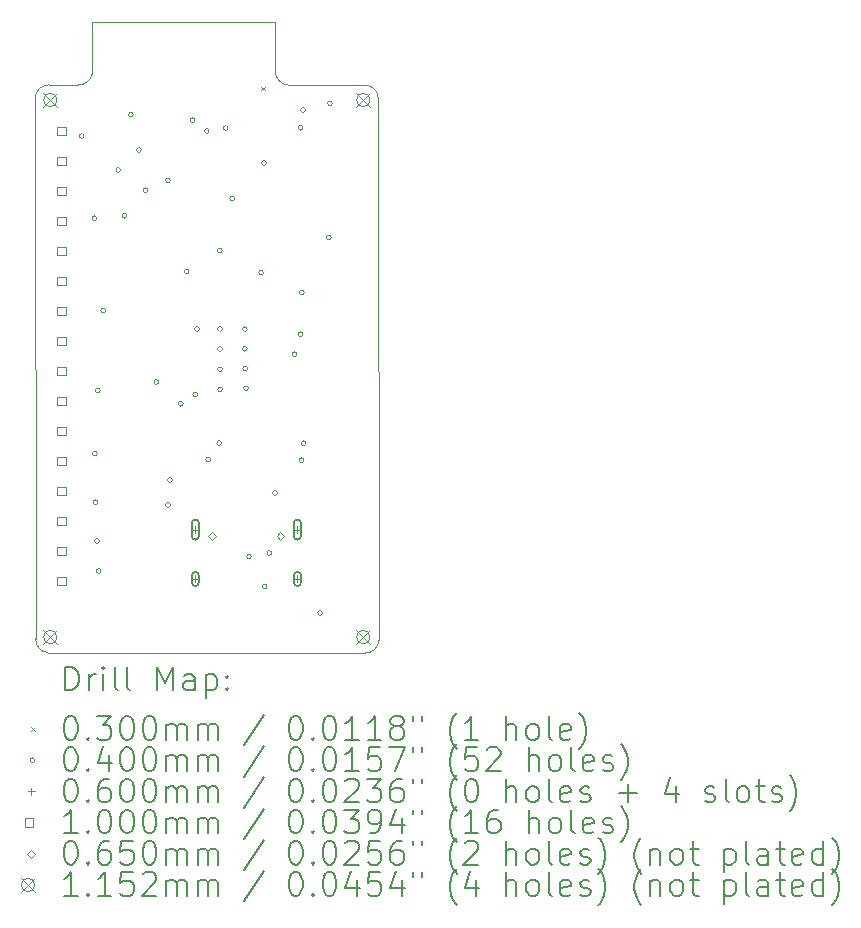
<source format=gbr>
%TF.GenerationSoftware,KiCad,Pcbnew,(6.0.10)*%
%TF.CreationDate,2023-01-26T00:46:33-05:00*%
%TF.ProjectId,espc4synth,65737063-3473-4796-9e74-682e6b696361,1*%
%TF.SameCoordinates,Original*%
%TF.FileFunction,Drillmap*%
%TF.FilePolarity,Positive*%
%FSLAX45Y45*%
G04 Gerber Fmt 4.5, Leading zero omitted, Abs format (unit mm)*
G04 Created by KiCad (PCBNEW (6.0.10)) date 2023-01-26 00:46:33*
%MOMM*%
%LPD*%
G01*
G04 APERTURE LIST*
%ADD10C,0.100000*%
%ADD11C,0.200000*%
%ADD12C,0.030000*%
%ADD13C,0.040000*%
%ADD14C,0.060000*%
%ADD15C,0.065000*%
%ADD16C,0.115200*%
G04 APERTURE END LIST*
D10*
X1692500Y-3160001D02*
G75*
G03*
X1810000Y-3065000I3390J115971D01*
G01*
X4231938Y-3277679D02*
X4237500Y-7862500D01*
X1810000Y-2630000D02*
X1810000Y-3065000D01*
X3360000Y-2630000D02*
X1810000Y-2630000D01*
X1330562Y-7849821D02*
X1328835Y-3254250D01*
X1330560Y-7849821D02*
G75*
G03*
X1437035Y-7966890I113320J-3889D01*
G01*
X1446335Y-3159250D02*
X1692500Y-3160000D01*
X4231940Y-3277679D02*
G75*
G03*
X4125465Y-3160610I-113320J3889D01*
G01*
X3361030Y-3042931D02*
G75*
G03*
X3467500Y-3160000I113320J-3889D01*
G01*
X1446335Y-3159250D02*
G75*
G03*
X1328835Y-3254250I-3390J-115971D01*
G01*
X3467500Y-3160000D02*
X4125465Y-3160610D01*
X4120431Y-7968970D02*
G75*
G03*
X4237500Y-7862500I3889J113320D01*
G01*
X4120431Y-7968973D02*
X1437035Y-7966890D01*
X3361027Y-3042931D02*
X3360000Y-2630000D01*
D11*
D12*
X3240000Y-3175000D02*
X3270000Y-3205000D01*
X3270000Y-3175000D02*
X3240000Y-3205000D01*
D13*
X1740000Y-3592500D02*
G75*
G03*
X1740000Y-3592500I-20000J0D01*
G01*
X1847450Y-4288006D02*
G75*
G03*
X1847450Y-4288006I-20000J0D01*
G01*
X1852500Y-6280000D02*
G75*
G03*
X1852500Y-6280000I-20000J0D01*
G01*
X1857230Y-6692230D02*
G75*
G03*
X1857230Y-6692230I-20000J0D01*
G01*
X1870000Y-7020000D02*
G75*
G03*
X1870000Y-7020000I-20000J0D01*
G01*
X1877500Y-5745000D02*
G75*
G03*
X1877500Y-5745000I-20000J0D01*
G01*
X1885000Y-7275000D02*
G75*
G03*
X1885000Y-7275000I-20000J0D01*
G01*
X1922500Y-5070000D02*
G75*
G03*
X1922500Y-5070000I-20000J0D01*
G01*
X2050000Y-3880000D02*
G75*
G03*
X2050000Y-3880000I-20000J0D01*
G01*
X2102045Y-4267955D02*
G75*
G03*
X2102045Y-4267955I-20000J0D01*
G01*
X2157500Y-3412450D02*
G75*
G03*
X2157500Y-3412450I-20000J0D01*
G01*
X2225000Y-3710000D02*
G75*
G03*
X2225000Y-3710000I-20000J0D01*
G01*
X2280000Y-4050000D02*
G75*
G03*
X2280000Y-4050000I-20000J0D01*
G01*
X2372500Y-5675000D02*
G75*
G03*
X2372500Y-5675000I-20000J0D01*
G01*
X2471270Y-3968730D02*
G75*
G03*
X2471270Y-3968730I-20000J0D01*
G01*
X2472500Y-6717500D02*
G75*
G03*
X2472500Y-6717500I-20000J0D01*
G01*
X2487500Y-6505000D02*
G75*
G03*
X2487500Y-6505000I-20000J0D01*
G01*
X2580000Y-5860000D02*
G75*
G03*
X2580000Y-5860000I-20000J0D01*
G01*
X2629365Y-4738175D02*
G75*
G03*
X2629365Y-4738175I-20000J0D01*
G01*
X2680000Y-3457450D02*
G75*
G03*
X2680000Y-3457450I-20000J0D01*
G01*
X2702500Y-5782500D02*
G75*
G03*
X2702500Y-5782500I-20000J0D01*
G01*
X2717500Y-5225000D02*
G75*
G03*
X2717500Y-5225000I-20000J0D01*
G01*
X2800000Y-3550000D02*
G75*
G03*
X2800000Y-3550000I-20000J0D01*
G01*
X2812450Y-6329995D02*
G75*
G03*
X2812450Y-6329995I-20000J0D01*
G01*
X2905000Y-6192495D02*
G75*
G03*
X2905000Y-6192495I-20000J0D01*
G01*
X2910000Y-4560000D02*
G75*
G03*
X2910000Y-4560000I-20000J0D01*
G01*
X2912500Y-5225000D02*
G75*
G03*
X2912500Y-5225000I-20000J0D01*
G01*
X2912500Y-5395833D02*
G75*
G03*
X2912500Y-5395833I-20000J0D01*
G01*
X2912500Y-5566667D02*
G75*
G03*
X2912500Y-5566667I-20000J0D01*
G01*
X2912500Y-5737500D02*
G75*
G03*
X2912500Y-5737500I-20000J0D01*
G01*
X2960000Y-3525000D02*
G75*
G03*
X2960000Y-3525000I-20000J0D01*
G01*
X3015000Y-4120000D02*
G75*
G03*
X3015000Y-4120000I-20000J0D01*
G01*
X3122500Y-5227500D02*
G75*
G03*
X3122500Y-5227500I-20000J0D01*
G01*
X3122500Y-5394167D02*
G75*
G03*
X3122500Y-5394167I-20000J0D01*
G01*
X3125000Y-5560833D02*
G75*
G03*
X3125000Y-5560833I-20000J0D01*
G01*
X3132500Y-5727500D02*
G75*
G03*
X3132500Y-5727500I-20000J0D01*
G01*
X3157500Y-7152500D02*
G75*
G03*
X3157500Y-7152500I-20000J0D01*
G01*
X3260000Y-4750000D02*
G75*
G03*
X3260000Y-4750000I-20000J0D01*
G01*
X3285000Y-3820000D02*
G75*
G03*
X3285000Y-3820000I-20000J0D01*
G01*
X3290000Y-7405000D02*
G75*
G03*
X3290000Y-7405000I-20000J0D01*
G01*
X3329462Y-7123038D02*
G75*
G03*
X3329462Y-7123038I-20000J0D01*
G01*
X3377500Y-6615000D02*
G75*
G03*
X3377500Y-6615000I-20000J0D01*
G01*
X3542500Y-5440000D02*
G75*
G03*
X3542500Y-5440000I-20000J0D01*
G01*
X3592500Y-5270000D02*
G75*
G03*
X3592500Y-5270000I-20000J0D01*
G01*
X3594995Y-3522455D02*
G75*
G03*
X3594995Y-3522455I-20000J0D01*
G01*
X3602500Y-6337500D02*
G75*
G03*
X3602500Y-6337500I-20000J0D01*
G01*
X3605000Y-4917500D02*
G75*
G03*
X3605000Y-4917500I-20000J0D01*
G01*
X3615611Y-3372450D02*
G75*
G03*
X3615611Y-3372450I-20000J0D01*
G01*
X3620538Y-6193038D02*
G75*
G03*
X3620538Y-6193038I-20000J0D01*
G01*
X3760000Y-7630000D02*
G75*
G03*
X3760000Y-7630000I-20000J0D01*
G01*
X3832500Y-4450000D02*
G75*
G03*
X3832500Y-4450000I-20000J0D01*
G01*
X3842500Y-3315000D02*
G75*
G03*
X3842500Y-3315000I-20000J0D01*
G01*
D14*
X2683000Y-6894495D02*
X2683000Y-6954495D01*
X2653000Y-6924495D02*
X2713000Y-6924495D01*
D11*
X2653000Y-6869495D02*
X2653000Y-6979495D01*
X2713000Y-6869495D02*
X2713000Y-6979495D01*
X2653000Y-6979495D02*
G75*
G03*
X2713000Y-6979495I30000J0D01*
G01*
X2713000Y-6869495D02*
G75*
G03*
X2653000Y-6869495I-30000J0D01*
G01*
D14*
X2683000Y-7312495D02*
X2683000Y-7372495D01*
X2653000Y-7342495D02*
X2713000Y-7342495D01*
D11*
X2653000Y-7312495D02*
X2653000Y-7372495D01*
X2713000Y-7312495D02*
X2713000Y-7372495D01*
X2653000Y-7372495D02*
G75*
G03*
X2713000Y-7372495I30000J0D01*
G01*
X2713000Y-7312495D02*
G75*
G03*
X2653000Y-7312495I-30000J0D01*
G01*
D14*
X3547000Y-6894495D02*
X3547000Y-6954495D01*
X3517000Y-6924495D02*
X3577000Y-6924495D01*
D11*
X3517000Y-6869495D02*
X3517000Y-6979495D01*
X3577000Y-6869495D02*
X3577000Y-6979495D01*
X3517000Y-6979495D02*
G75*
G03*
X3577000Y-6979495I30000J0D01*
G01*
X3577000Y-6869495D02*
G75*
G03*
X3517000Y-6869495I-30000J0D01*
G01*
D14*
X3547000Y-7312495D02*
X3547000Y-7372495D01*
X3517000Y-7342495D02*
X3577000Y-7342495D01*
D11*
X3517000Y-7312495D02*
X3517000Y-7372495D01*
X3577000Y-7312495D02*
X3577000Y-7372495D01*
X3517000Y-7372495D02*
G75*
G03*
X3577000Y-7372495I30000J0D01*
G01*
X3577000Y-7312495D02*
G75*
G03*
X3517000Y-7312495I-30000J0D01*
G01*
D10*
X1585356Y-3585356D02*
X1585356Y-3514644D01*
X1514644Y-3514644D01*
X1514644Y-3585356D01*
X1585356Y-3585356D01*
X1585356Y-3839356D02*
X1585356Y-3768644D01*
X1514644Y-3768644D01*
X1514644Y-3839356D01*
X1585356Y-3839356D01*
X1585356Y-4093356D02*
X1585356Y-4022644D01*
X1514644Y-4022644D01*
X1514644Y-4093356D01*
X1585356Y-4093356D01*
X1585356Y-4347356D02*
X1585356Y-4276644D01*
X1514644Y-4276644D01*
X1514644Y-4347356D01*
X1585356Y-4347356D01*
X1585356Y-4601356D02*
X1585356Y-4530644D01*
X1514644Y-4530644D01*
X1514644Y-4601356D01*
X1585356Y-4601356D01*
X1585356Y-4855356D02*
X1585356Y-4784644D01*
X1514644Y-4784644D01*
X1514644Y-4855356D01*
X1585356Y-4855356D01*
X1585356Y-5109356D02*
X1585356Y-5038644D01*
X1514644Y-5038644D01*
X1514644Y-5109356D01*
X1585356Y-5109356D01*
X1585356Y-5363356D02*
X1585356Y-5292644D01*
X1514644Y-5292644D01*
X1514644Y-5363356D01*
X1585356Y-5363356D01*
X1585356Y-5617356D02*
X1585356Y-5546644D01*
X1514644Y-5546644D01*
X1514644Y-5617356D01*
X1585356Y-5617356D01*
X1585356Y-5871356D02*
X1585356Y-5800644D01*
X1514644Y-5800644D01*
X1514644Y-5871356D01*
X1585356Y-5871356D01*
X1585356Y-6125356D02*
X1585356Y-6054644D01*
X1514644Y-6054644D01*
X1514644Y-6125356D01*
X1585356Y-6125356D01*
X1585356Y-6379356D02*
X1585356Y-6308644D01*
X1514644Y-6308644D01*
X1514644Y-6379356D01*
X1585356Y-6379356D01*
X1585356Y-6633356D02*
X1585356Y-6562644D01*
X1514644Y-6562644D01*
X1514644Y-6633356D01*
X1585356Y-6633356D01*
X1585356Y-6887356D02*
X1585356Y-6816644D01*
X1514644Y-6816644D01*
X1514644Y-6887356D01*
X1585356Y-6887356D01*
X1585356Y-7141356D02*
X1585356Y-7070644D01*
X1514644Y-7070644D01*
X1514644Y-7141356D01*
X1585356Y-7141356D01*
X1585356Y-7395356D02*
X1585356Y-7324644D01*
X1514644Y-7324644D01*
X1514644Y-7395356D01*
X1585356Y-7395356D01*
D15*
X2826000Y-7009995D02*
X2858500Y-6977495D01*
X2826000Y-6944995D01*
X2793500Y-6977495D01*
X2826000Y-7009995D01*
X3404000Y-7009995D02*
X3436500Y-6977495D01*
X3404000Y-6944995D01*
X3371500Y-6977495D01*
X3404000Y-7009995D01*
D16*
X1397400Y-3229900D02*
X1512600Y-3345100D01*
X1512600Y-3229900D02*
X1397400Y-3345100D01*
X1512600Y-3287500D02*
G75*
G03*
X1512600Y-3287500I-57600J0D01*
G01*
X1397400Y-7777400D02*
X1512600Y-7892600D01*
X1512600Y-7777400D02*
X1397400Y-7892600D01*
X1512600Y-7835000D02*
G75*
G03*
X1512600Y-7835000I-57600J0D01*
G01*
X4047400Y-3229900D02*
X4162600Y-3345100D01*
X4162600Y-3229900D02*
X4047400Y-3345100D01*
X4162600Y-3287500D02*
G75*
G03*
X4162600Y-3287500I-57600J0D01*
G01*
X4047400Y-7777400D02*
X4162600Y-7892600D01*
X4162600Y-7777400D02*
X4047400Y-7892600D01*
X4162600Y-7835000D02*
G75*
G03*
X4162600Y-7835000I-57600J0D01*
G01*
D11*
X1581454Y-8284513D02*
X1581454Y-8084513D01*
X1629073Y-8084513D01*
X1657645Y-8094037D01*
X1676692Y-8113085D01*
X1686216Y-8132132D01*
X1695740Y-8170227D01*
X1695740Y-8198799D01*
X1686216Y-8236894D01*
X1676692Y-8255942D01*
X1657645Y-8274989D01*
X1629073Y-8284513D01*
X1581454Y-8284513D01*
X1781454Y-8284513D02*
X1781454Y-8151180D01*
X1781454Y-8189275D02*
X1790978Y-8170227D01*
X1800502Y-8160704D01*
X1819549Y-8151180D01*
X1838597Y-8151180D01*
X1905264Y-8284513D02*
X1905264Y-8151180D01*
X1905264Y-8084513D02*
X1895740Y-8094037D01*
X1905264Y-8103561D01*
X1914787Y-8094037D01*
X1905264Y-8084513D01*
X1905264Y-8103561D01*
X2029073Y-8284513D02*
X2010025Y-8274989D01*
X2000502Y-8255942D01*
X2000502Y-8084513D01*
X2133835Y-8284513D02*
X2114787Y-8274989D01*
X2105264Y-8255942D01*
X2105264Y-8084513D01*
X2362407Y-8284513D02*
X2362407Y-8084513D01*
X2429073Y-8227370D01*
X2495740Y-8084513D01*
X2495740Y-8284513D01*
X2676692Y-8284513D02*
X2676692Y-8179751D01*
X2667168Y-8160704D01*
X2648121Y-8151180D01*
X2610026Y-8151180D01*
X2590978Y-8160704D01*
X2676692Y-8274989D02*
X2657645Y-8284513D01*
X2610026Y-8284513D01*
X2590978Y-8274989D01*
X2581454Y-8255942D01*
X2581454Y-8236894D01*
X2590978Y-8217847D01*
X2610026Y-8208323D01*
X2657645Y-8208323D01*
X2676692Y-8198799D01*
X2771930Y-8151180D02*
X2771930Y-8351180D01*
X2771930Y-8160704D02*
X2790978Y-8151180D01*
X2829073Y-8151180D01*
X2848121Y-8160704D01*
X2857645Y-8170227D01*
X2867168Y-8189275D01*
X2867168Y-8246418D01*
X2857645Y-8265466D01*
X2848121Y-8274989D01*
X2829073Y-8284513D01*
X2790978Y-8284513D01*
X2771930Y-8274989D01*
X2952883Y-8265466D02*
X2962406Y-8274989D01*
X2952883Y-8284513D01*
X2943359Y-8274989D01*
X2952883Y-8265466D01*
X2952883Y-8284513D01*
X2952883Y-8160704D02*
X2962406Y-8170227D01*
X2952883Y-8179751D01*
X2943359Y-8170227D01*
X2952883Y-8160704D01*
X2952883Y-8179751D01*
D12*
X1293835Y-8599037D02*
X1323835Y-8629037D01*
X1323835Y-8599037D02*
X1293835Y-8629037D01*
D11*
X1619549Y-8504513D02*
X1638597Y-8504513D01*
X1657645Y-8514037D01*
X1667168Y-8523561D01*
X1676692Y-8542609D01*
X1686216Y-8580704D01*
X1686216Y-8628323D01*
X1676692Y-8666418D01*
X1667168Y-8685466D01*
X1657645Y-8694989D01*
X1638597Y-8704513D01*
X1619549Y-8704513D01*
X1600502Y-8694989D01*
X1590978Y-8685466D01*
X1581454Y-8666418D01*
X1571930Y-8628323D01*
X1571930Y-8580704D01*
X1581454Y-8542609D01*
X1590978Y-8523561D01*
X1600502Y-8514037D01*
X1619549Y-8504513D01*
X1771930Y-8685466D02*
X1781454Y-8694989D01*
X1771930Y-8704513D01*
X1762406Y-8694989D01*
X1771930Y-8685466D01*
X1771930Y-8704513D01*
X1848121Y-8504513D02*
X1971930Y-8504513D01*
X1905264Y-8580704D01*
X1933835Y-8580704D01*
X1952883Y-8590228D01*
X1962406Y-8599751D01*
X1971930Y-8618799D01*
X1971930Y-8666418D01*
X1962406Y-8685466D01*
X1952883Y-8694989D01*
X1933835Y-8704513D01*
X1876692Y-8704513D01*
X1857645Y-8694989D01*
X1848121Y-8685466D01*
X2095740Y-8504513D02*
X2114787Y-8504513D01*
X2133835Y-8514037D01*
X2143359Y-8523561D01*
X2152883Y-8542609D01*
X2162407Y-8580704D01*
X2162407Y-8628323D01*
X2152883Y-8666418D01*
X2143359Y-8685466D01*
X2133835Y-8694989D01*
X2114787Y-8704513D01*
X2095740Y-8704513D01*
X2076692Y-8694989D01*
X2067168Y-8685466D01*
X2057645Y-8666418D01*
X2048121Y-8628323D01*
X2048121Y-8580704D01*
X2057645Y-8542609D01*
X2067168Y-8523561D01*
X2076692Y-8514037D01*
X2095740Y-8504513D01*
X2286216Y-8504513D02*
X2305264Y-8504513D01*
X2324311Y-8514037D01*
X2333835Y-8523561D01*
X2343359Y-8542609D01*
X2352883Y-8580704D01*
X2352883Y-8628323D01*
X2343359Y-8666418D01*
X2333835Y-8685466D01*
X2324311Y-8694989D01*
X2305264Y-8704513D01*
X2286216Y-8704513D01*
X2267168Y-8694989D01*
X2257645Y-8685466D01*
X2248121Y-8666418D01*
X2238597Y-8628323D01*
X2238597Y-8580704D01*
X2248121Y-8542609D01*
X2257645Y-8523561D01*
X2267168Y-8514037D01*
X2286216Y-8504513D01*
X2438597Y-8704513D02*
X2438597Y-8571180D01*
X2438597Y-8590228D02*
X2448121Y-8580704D01*
X2467168Y-8571180D01*
X2495740Y-8571180D01*
X2514787Y-8580704D01*
X2524311Y-8599751D01*
X2524311Y-8704513D01*
X2524311Y-8599751D02*
X2533835Y-8580704D01*
X2552883Y-8571180D01*
X2581454Y-8571180D01*
X2600502Y-8580704D01*
X2610026Y-8599751D01*
X2610026Y-8704513D01*
X2705264Y-8704513D02*
X2705264Y-8571180D01*
X2705264Y-8590228D02*
X2714787Y-8580704D01*
X2733835Y-8571180D01*
X2762407Y-8571180D01*
X2781454Y-8580704D01*
X2790978Y-8599751D01*
X2790978Y-8704513D01*
X2790978Y-8599751D02*
X2800502Y-8580704D01*
X2819549Y-8571180D01*
X2848121Y-8571180D01*
X2867168Y-8580704D01*
X2876692Y-8599751D01*
X2876692Y-8704513D01*
X3267168Y-8494989D02*
X3095740Y-8752132D01*
X3524311Y-8504513D02*
X3543359Y-8504513D01*
X3562406Y-8514037D01*
X3571930Y-8523561D01*
X3581454Y-8542609D01*
X3590978Y-8580704D01*
X3590978Y-8628323D01*
X3581454Y-8666418D01*
X3571930Y-8685466D01*
X3562406Y-8694989D01*
X3543359Y-8704513D01*
X3524311Y-8704513D01*
X3505264Y-8694989D01*
X3495740Y-8685466D01*
X3486216Y-8666418D01*
X3476692Y-8628323D01*
X3476692Y-8580704D01*
X3486216Y-8542609D01*
X3495740Y-8523561D01*
X3505264Y-8514037D01*
X3524311Y-8504513D01*
X3676692Y-8685466D02*
X3686216Y-8694989D01*
X3676692Y-8704513D01*
X3667168Y-8694989D01*
X3676692Y-8685466D01*
X3676692Y-8704513D01*
X3810025Y-8504513D02*
X3829073Y-8504513D01*
X3848121Y-8514037D01*
X3857645Y-8523561D01*
X3867168Y-8542609D01*
X3876692Y-8580704D01*
X3876692Y-8628323D01*
X3867168Y-8666418D01*
X3857645Y-8685466D01*
X3848121Y-8694989D01*
X3829073Y-8704513D01*
X3810025Y-8704513D01*
X3790978Y-8694989D01*
X3781454Y-8685466D01*
X3771930Y-8666418D01*
X3762406Y-8628323D01*
X3762406Y-8580704D01*
X3771930Y-8542609D01*
X3781454Y-8523561D01*
X3790978Y-8514037D01*
X3810025Y-8504513D01*
X4067168Y-8704513D02*
X3952883Y-8704513D01*
X4010025Y-8704513D02*
X4010025Y-8504513D01*
X3990978Y-8533085D01*
X3971930Y-8552132D01*
X3952883Y-8561656D01*
X4257645Y-8704513D02*
X4143359Y-8704513D01*
X4200502Y-8704513D02*
X4200502Y-8504513D01*
X4181454Y-8533085D01*
X4162406Y-8552132D01*
X4143359Y-8561656D01*
X4371930Y-8590228D02*
X4352883Y-8580704D01*
X4343359Y-8571180D01*
X4333835Y-8552132D01*
X4333835Y-8542609D01*
X4343359Y-8523561D01*
X4352883Y-8514037D01*
X4371930Y-8504513D01*
X4410026Y-8504513D01*
X4429073Y-8514037D01*
X4438597Y-8523561D01*
X4448121Y-8542609D01*
X4448121Y-8552132D01*
X4438597Y-8571180D01*
X4429073Y-8580704D01*
X4410026Y-8590228D01*
X4371930Y-8590228D01*
X4352883Y-8599751D01*
X4343359Y-8609275D01*
X4333835Y-8628323D01*
X4333835Y-8666418D01*
X4343359Y-8685466D01*
X4352883Y-8694989D01*
X4371930Y-8704513D01*
X4410026Y-8704513D01*
X4429073Y-8694989D01*
X4438597Y-8685466D01*
X4448121Y-8666418D01*
X4448121Y-8628323D01*
X4438597Y-8609275D01*
X4429073Y-8599751D01*
X4410026Y-8590228D01*
X4524311Y-8504513D02*
X4524311Y-8542609D01*
X4600502Y-8504513D02*
X4600502Y-8542609D01*
X4895740Y-8780704D02*
X4886216Y-8771180D01*
X4867168Y-8742609D01*
X4857645Y-8723561D01*
X4848121Y-8694989D01*
X4838597Y-8647370D01*
X4838597Y-8609275D01*
X4848121Y-8561656D01*
X4857645Y-8533085D01*
X4867168Y-8514037D01*
X4886216Y-8485466D01*
X4895740Y-8475942D01*
X5076692Y-8704513D02*
X4962407Y-8704513D01*
X5019549Y-8704513D02*
X5019549Y-8504513D01*
X5000502Y-8533085D01*
X4981454Y-8552132D01*
X4962407Y-8561656D01*
X5314787Y-8704513D02*
X5314787Y-8504513D01*
X5400502Y-8704513D02*
X5400502Y-8599751D01*
X5390978Y-8580704D01*
X5371930Y-8571180D01*
X5343359Y-8571180D01*
X5324311Y-8580704D01*
X5314787Y-8590228D01*
X5524311Y-8704513D02*
X5505264Y-8694989D01*
X5495740Y-8685466D01*
X5486216Y-8666418D01*
X5486216Y-8609275D01*
X5495740Y-8590228D01*
X5505264Y-8580704D01*
X5524311Y-8571180D01*
X5552883Y-8571180D01*
X5571930Y-8580704D01*
X5581454Y-8590228D01*
X5590978Y-8609275D01*
X5590978Y-8666418D01*
X5581454Y-8685466D01*
X5571930Y-8694989D01*
X5552883Y-8704513D01*
X5524311Y-8704513D01*
X5705264Y-8704513D02*
X5686216Y-8694989D01*
X5676692Y-8675942D01*
X5676692Y-8504513D01*
X5857645Y-8694989D02*
X5838597Y-8704513D01*
X5800502Y-8704513D01*
X5781454Y-8694989D01*
X5771930Y-8675942D01*
X5771930Y-8599751D01*
X5781454Y-8580704D01*
X5800502Y-8571180D01*
X5838597Y-8571180D01*
X5857645Y-8580704D01*
X5867168Y-8599751D01*
X5867168Y-8618799D01*
X5771930Y-8637847D01*
X5933835Y-8780704D02*
X5943359Y-8771180D01*
X5962406Y-8742609D01*
X5971930Y-8723561D01*
X5981454Y-8694989D01*
X5990978Y-8647370D01*
X5990978Y-8609275D01*
X5981454Y-8561656D01*
X5971930Y-8533085D01*
X5962406Y-8514037D01*
X5943359Y-8485466D01*
X5933835Y-8475942D01*
D13*
X1323835Y-8878037D02*
G75*
G03*
X1323835Y-8878037I-20000J0D01*
G01*
D11*
X1619549Y-8768513D02*
X1638597Y-8768513D01*
X1657645Y-8778037D01*
X1667168Y-8787561D01*
X1676692Y-8806609D01*
X1686216Y-8844704D01*
X1686216Y-8892323D01*
X1676692Y-8930418D01*
X1667168Y-8949466D01*
X1657645Y-8958989D01*
X1638597Y-8968513D01*
X1619549Y-8968513D01*
X1600502Y-8958989D01*
X1590978Y-8949466D01*
X1581454Y-8930418D01*
X1571930Y-8892323D01*
X1571930Y-8844704D01*
X1581454Y-8806609D01*
X1590978Y-8787561D01*
X1600502Y-8778037D01*
X1619549Y-8768513D01*
X1771930Y-8949466D02*
X1781454Y-8958989D01*
X1771930Y-8968513D01*
X1762406Y-8958989D01*
X1771930Y-8949466D01*
X1771930Y-8968513D01*
X1952883Y-8835180D02*
X1952883Y-8968513D01*
X1905264Y-8758989D02*
X1857645Y-8901847D01*
X1981454Y-8901847D01*
X2095740Y-8768513D02*
X2114787Y-8768513D01*
X2133835Y-8778037D01*
X2143359Y-8787561D01*
X2152883Y-8806609D01*
X2162407Y-8844704D01*
X2162407Y-8892323D01*
X2152883Y-8930418D01*
X2143359Y-8949466D01*
X2133835Y-8958989D01*
X2114787Y-8968513D01*
X2095740Y-8968513D01*
X2076692Y-8958989D01*
X2067168Y-8949466D01*
X2057645Y-8930418D01*
X2048121Y-8892323D01*
X2048121Y-8844704D01*
X2057645Y-8806609D01*
X2067168Y-8787561D01*
X2076692Y-8778037D01*
X2095740Y-8768513D01*
X2286216Y-8768513D02*
X2305264Y-8768513D01*
X2324311Y-8778037D01*
X2333835Y-8787561D01*
X2343359Y-8806609D01*
X2352883Y-8844704D01*
X2352883Y-8892323D01*
X2343359Y-8930418D01*
X2333835Y-8949466D01*
X2324311Y-8958989D01*
X2305264Y-8968513D01*
X2286216Y-8968513D01*
X2267168Y-8958989D01*
X2257645Y-8949466D01*
X2248121Y-8930418D01*
X2238597Y-8892323D01*
X2238597Y-8844704D01*
X2248121Y-8806609D01*
X2257645Y-8787561D01*
X2267168Y-8778037D01*
X2286216Y-8768513D01*
X2438597Y-8968513D02*
X2438597Y-8835180D01*
X2438597Y-8854228D02*
X2448121Y-8844704D01*
X2467168Y-8835180D01*
X2495740Y-8835180D01*
X2514787Y-8844704D01*
X2524311Y-8863751D01*
X2524311Y-8968513D01*
X2524311Y-8863751D02*
X2533835Y-8844704D01*
X2552883Y-8835180D01*
X2581454Y-8835180D01*
X2600502Y-8844704D01*
X2610026Y-8863751D01*
X2610026Y-8968513D01*
X2705264Y-8968513D02*
X2705264Y-8835180D01*
X2705264Y-8854228D02*
X2714787Y-8844704D01*
X2733835Y-8835180D01*
X2762407Y-8835180D01*
X2781454Y-8844704D01*
X2790978Y-8863751D01*
X2790978Y-8968513D01*
X2790978Y-8863751D02*
X2800502Y-8844704D01*
X2819549Y-8835180D01*
X2848121Y-8835180D01*
X2867168Y-8844704D01*
X2876692Y-8863751D01*
X2876692Y-8968513D01*
X3267168Y-8758989D02*
X3095740Y-9016132D01*
X3524311Y-8768513D02*
X3543359Y-8768513D01*
X3562406Y-8778037D01*
X3571930Y-8787561D01*
X3581454Y-8806609D01*
X3590978Y-8844704D01*
X3590978Y-8892323D01*
X3581454Y-8930418D01*
X3571930Y-8949466D01*
X3562406Y-8958989D01*
X3543359Y-8968513D01*
X3524311Y-8968513D01*
X3505264Y-8958989D01*
X3495740Y-8949466D01*
X3486216Y-8930418D01*
X3476692Y-8892323D01*
X3476692Y-8844704D01*
X3486216Y-8806609D01*
X3495740Y-8787561D01*
X3505264Y-8778037D01*
X3524311Y-8768513D01*
X3676692Y-8949466D02*
X3686216Y-8958989D01*
X3676692Y-8968513D01*
X3667168Y-8958989D01*
X3676692Y-8949466D01*
X3676692Y-8968513D01*
X3810025Y-8768513D02*
X3829073Y-8768513D01*
X3848121Y-8778037D01*
X3857645Y-8787561D01*
X3867168Y-8806609D01*
X3876692Y-8844704D01*
X3876692Y-8892323D01*
X3867168Y-8930418D01*
X3857645Y-8949466D01*
X3848121Y-8958989D01*
X3829073Y-8968513D01*
X3810025Y-8968513D01*
X3790978Y-8958989D01*
X3781454Y-8949466D01*
X3771930Y-8930418D01*
X3762406Y-8892323D01*
X3762406Y-8844704D01*
X3771930Y-8806609D01*
X3781454Y-8787561D01*
X3790978Y-8778037D01*
X3810025Y-8768513D01*
X4067168Y-8968513D02*
X3952883Y-8968513D01*
X4010025Y-8968513D02*
X4010025Y-8768513D01*
X3990978Y-8797085D01*
X3971930Y-8816132D01*
X3952883Y-8825656D01*
X4248121Y-8768513D02*
X4152883Y-8768513D01*
X4143359Y-8863751D01*
X4152883Y-8854228D01*
X4171930Y-8844704D01*
X4219549Y-8844704D01*
X4238597Y-8854228D01*
X4248121Y-8863751D01*
X4257645Y-8882799D01*
X4257645Y-8930418D01*
X4248121Y-8949466D01*
X4238597Y-8958989D01*
X4219549Y-8968513D01*
X4171930Y-8968513D01*
X4152883Y-8958989D01*
X4143359Y-8949466D01*
X4324311Y-8768513D02*
X4457645Y-8768513D01*
X4371930Y-8968513D01*
X4524311Y-8768513D02*
X4524311Y-8806609D01*
X4600502Y-8768513D02*
X4600502Y-8806609D01*
X4895740Y-9044704D02*
X4886216Y-9035180D01*
X4867168Y-9006609D01*
X4857645Y-8987561D01*
X4848121Y-8958989D01*
X4838597Y-8911370D01*
X4838597Y-8873275D01*
X4848121Y-8825656D01*
X4857645Y-8797085D01*
X4867168Y-8778037D01*
X4886216Y-8749466D01*
X4895740Y-8739942D01*
X5067168Y-8768513D02*
X4971930Y-8768513D01*
X4962407Y-8863751D01*
X4971930Y-8854228D01*
X4990978Y-8844704D01*
X5038597Y-8844704D01*
X5057645Y-8854228D01*
X5067168Y-8863751D01*
X5076692Y-8882799D01*
X5076692Y-8930418D01*
X5067168Y-8949466D01*
X5057645Y-8958989D01*
X5038597Y-8968513D01*
X4990978Y-8968513D01*
X4971930Y-8958989D01*
X4962407Y-8949466D01*
X5152883Y-8787561D02*
X5162407Y-8778037D01*
X5181454Y-8768513D01*
X5229073Y-8768513D01*
X5248121Y-8778037D01*
X5257645Y-8787561D01*
X5267168Y-8806609D01*
X5267168Y-8825656D01*
X5257645Y-8854228D01*
X5143359Y-8968513D01*
X5267168Y-8968513D01*
X5505264Y-8968513D02*
X5505264Y-8768513D01*
X5590978Y-8968513D02*
X5590978Y-8863751D01*
X5581454Y-8844704D01*
X5562407Y-8835180D01*
X5533835Y-8835180D01*
X5514787Y-8844704D01*
X5505264Y-8854228D01*
X5714787Y-8968513D02*
X5695740Y-8958989D01*
X5686216Y-8949466D01*
X5676692Y-8930418D01*
X5676692Y-8873275D01*
X5686216Y-8854228D01*
X5695740Y-8844704D01*
X5714787Y-8835180D01*
X5743359Y-8835180D01*
X5762406Y-8844704D01*
X5771930Y-8854228D01*
X5781454Y-8873275D01*
X5781454Y-8930418D01*
X5771930Y-8949466D01*
X5762406Y-8958989D01*
X5743359Y-8968513D01*
X5714787Y-8968513D01*
X5895740Y-8968513D02*
X5876692Y-8958989D01*
X5867168Y-8939942D01*
X5867168Y-8768513D01*
X6048121Y-8958989D02*
X6029073Y-8968513D01*
X5990978Y-8968513D01*
X5971930Y-8958989D01*
X5962406Y-8939942D01*
X5962406Y-8863751D01*
X5971930Y-8844704D01*
X5990978Y-8835180D01*
X6029073Y-8835180D01*
X6048121Y-8844704D01*
X6057645Y-8863751D01*
X6057645Y-8882799D01*
X5962406Y-8901847D01*
X6133835Y-8958989D02*
X6152883Y-8968513D01*
X6190978Y-8968513D01*
X6210025Y-8958989D01*
X6219549Y-8939942D01*
X6219549Y-8930418D01*
X6210025Y-8911370D01*
X6190978Y-8901847D01*
X6162406Y-8901847D01*
X6143359Y-8892323D01*
X6133835Y-8873275D01*
X6133835Y-8863751D01*
X6143359Y-8844704D01*
X6162406Y-8835180D01*
X6190978Y-8835180D01*
X6210025Y-8844704D01*
X6286216Y-9044704D02*
X6295740Y-9035180D01*
X6314787Y-9006609D01*
X6324311Y-8987561D01*
X6333835Y-8958989D01*
X6343359Y-8911370D01*
X6343359Y-8873275D01*
X6333835Y-8825656D01*
X6324311Y-8797085D01*
X6314787Y-8778037D01*
X6295740Y-8749466D01*
X6286216Y-8739942D01*
D14*
X1293835Y-9112037D02*
X1293835Y-9172037D01*
X1263835Y-9142037D02*
X1323835Y-9142037D01*
D11*
X1619549Y-9032513D02*
X1638597Y-9032513D01*
X1657645Y-9042037D01*
X1667168Y-9051561D01*
X1676692Y-9070609D01*
X1686216Y-9108704D01*
X1686216Y-9156323D01*
X1676692Y-9194418D01*
X1667168Y-9213466D01*
X1657645Y-9222989D01*
X1638597Y-9232513D01*
X1619549Y-9232513D01*
X1600502Y-9222989D01*
X1590978Y-9213466D01*
X1581454Y-9194418D01*
X1571930Y-9156323D01*
X1571930Y-9108704D01*
X1581454Y-9070609D01*
X1590978Y-9051561D01*
X1600502Y-9042037D01*
X1619549Y-9032513D01*
X1771930Y-9213466D02*
X1781454Y-9222989D01*
X1771930Y-9232513D01*
X1762406Y-9222989D01*
X1771930Y-9213466D01*
X1771930Y-9232513D01*
X1952883Y-9032513D02*
X1914787Y-9032513D01*
X1895740Y-9042037D01*
X1886216Y-9051561D01*
X1867168Y-9080132D01*
X1857645Y-9118228D01*
X1857645Y-9194418D01*
X1867168Y-9213466D01*
X1876692Y-9222989D01*
X1895740Y-9232513D01*
X1933835Y-9232513D01*
X1952883Y-9222989D01*
X1962406Y-9213466D01*
X1971930Y-9194418D01*
X1971930Y-9146799D01*
X1962406Y-9127751D01*
X1952883Y-9118228D01*
X1933835Y-9108704D01*
X1895740Y-9108704D01*
X1876692Y-9118228D01*
X1867168Y-9127751D01*
X1857645Y-9146799D01*
X2095740Y-9032513D02*
X2114787Y-9032513D01*
X2133835Y-9042037D01*
X2143359Y-9051561D01*
X2152883Y-9070609D01*
X2162407Y-9108704D01*
X2162407Y-9156323D01*
X2152883Y-9194418D01*
X2143359Y-9213466D01*
X2133835Y-9222989D01*
X2114787Y-9232513D01*
X2095740Y-9232513D01*
X2076692Y-9222989D01*
X2067168Y-9213466D01*
X2057645Y-9194418D01*
X2048121Y-9156323D01*
X2048121Y-9108704D01*
X2057645Y-9070609D01*
X2067168Y-9051561D01*
X2076692Y-9042037D01*
X2095740Y-9032513D01*
X2286216Y-9032513D02*
X2305264Y-9032513D01*
X2324311Y-9042037D01*
X2333835Y-9051561D01*
X2343359Y-9070609D01*
X2352883Y-9108704D01*
X2352883Y-9156323D01*
X2343359Y-9194418D01*
X2333835Y-9213466D01*
X2324311Y-9222989D01*
X2305264Y-9232513D01*
X2286216Y-9232513D01*
X2267168Y-9222989D01*
X2257645Y-9213466D01*
X2248121Y-9194418D01*
X2238597Y-9156323D01*
X2238597Y-9108704D01*
X2248121Y-9070609D01*
X2257645Y-9051561D01*
X2267168Y-9042037D01*
X2286216Y-9032513D01*
X2438597Y-9232513D02*
X2438597Y-9099180D01*
X2438597Y-9118228D02*
X2448121Y-9108704D01*
X2467168Y-9099180D01*
X2495740Y-9099180D01*
X2514787Y-9108704D01*
X2524311Y-9127751D01*
X2524311Y-9232513D01*
X2524311Y-9127751D02*
X2533835Y-9108704D01*
X2552883Y-9099180D01*
X2581454Y-9099180D01*
X2600502Y-9108704D01*
X2610026Y-9127751D01*
X2610026Y-9232513D01*
X2705264Y-9232513D02*
X2705264Y-9099180D01*
X2705264Y-9118228D02*
X2714787Y-9108704D01*
X2733835Y-9099180D01*
X2762407Y-9099180D01*
X2781454Y-9108704D01*
X2790978Y-9127751D01*
X2790978Y-9232513D01*
X2790978Y-9127751D02*
X2800502Y-9108704D01*
X2819549Y-9099180D01*
X2848121Y-9099180D01*
X2867168Y-9108704D01*
X2876692Y-9127751D01*
X2876692Y-9232513D01*
X3267168Y-9022989D02*
X3095740Y-9280132D01*
X3524311Y-9032513D02*
X3543359Y-9032513D01*
X3562406Y-9042037D01*
X3571930Y-9051561D01*
X3581454Y-9070609D01*
X3590978Y-9108704D01*
X3590978Y-9156323D01*
X3581454Y-9194418D01*
X3571930Y-9213466D01*
X3562406Y-9222989D01*
X3543359Y-9232513D01*
X3524311Y-9232513D01*
X3505264Y-9222989D01*
X3495740Y-9213466D01*
X3486216Y-9194418D01*
X3476692Y-9156323D01*
X3476692Y-9108704D01*
X3486216Y-9070609D01*
X3495740Y-9051561D01*
X3505264Y-9042037D01*
X3524311Y-9032513D01*
X3676692Y-9213466D02*
X3686216Y-9222989D01*
X3676692Y-9232513D01*
X3667168Y-9222989D01*
X3676692Y-9213466D01*
X3676692Y-9232513D01*
X3810025Y-9032513D02*
X3829073Y-9032513D01*
X3848121Y-9042037D01*
X3857645Y-9051561D01*
X3867168Y-9070609D01*
X3876692Y-9108704D01*
X3876692Y-9156323D01*
X3867168Y-9194418D01*
X3857645Y-9213466D01*
X3848121Y-9222989D01*
X3829073Y-9232513D01*
X3810025Y-9232513D01*
X3790978Y-9222989D01*
X3781454Y-9213466D01*
X3771930Y-9194418D01*
X3762406Y-9156323D01*
X3762406Y-9108704D01*
X3771930Y-9070609D01*
X3781454Y-9051561D01*
X3790978Y-9042037D01*
X3810025Y-9032513D01*
X3952883Y-9051561D02*
X3962406Y-9042037D01*
X3981454Y-9032513D01*
X4029073Y-9032513D01*
X4048121Y-9042037D01*
X4057645Y-9051561D01*
X4067168Y-9070609D01*
X4067168Y-9089656D01*
X4057645Y-9118228D01*
X3943359Y-9232513D01*
X4067168Y-9232513D01*
X4133835Y-9032513D02*
X4257645Y-9032513D01*
X4190978Y-9108704D01*
X4219549Y-9108704D01*
X4238597Y-9118228D01*
X4248121Y-9127751D01*
X4257645Y-9146799D01*
X4257645Y-9194418D01*
X4248121Y-9213466D01*
X4238597Y-9222989D01*
X4219549Y-9232513D01*
X4162406Y-9232513D01*
X4143359Y-9222989D01*
X4133835Y-9213466D01*
X4429073Y-9032513D02*
X4390978Y-9032513D01*
X4371930Y-9042037D01*
X4362407Y-9051561D01*
X4343359Y-9080132D01*
X4333835Y-9118228D01*
X4333835Y-9194418D01*
X4343359Y-9213466D01*
X4352883Y-9222989D01*
X4371930Y-9232513D01*
X4410026Y-9232513D01*
X4429073Y-9222989D01*
X4438597Y-9213466D01*
X4448121Y-9194418D01*
X4448121Y-9146799D01*
X4438597Y-9127751D01*
X4429073Y-9118228D01*
X4410026Y-9108704D01*
X4371930Y-9108704D01*
X4352883Y-9118228D01*
X4343359Y-9127751D01*
X4333835Y-9146799D01*
X4524311Y-9032513D02*
X4524311Y-9070609D01*
X4600502Y-9032513D02*
X4600502Y-9070609D01*
X4895740Y-9308704D02*
X4886216Y-9299180D01*
X4867168Y-9270609D01*
X4857645Y-9251561D01*
X4848121Y-9222989D01*
X4838597Y-9175370D01*
X4838597Y-9137275D01*
X4848121Y-9089656D01*
X4857645Y-9061085D01*
X4867168Y-9042037D01*
X4886216Y-9013466D01*
X4895740Y-9003942D01*
X5010026Y-9032513D02*
X5029073Y-9032513D01*
X5048121Y-9042037D01*
X5057645Y-9051561D01*
X5067168Y-9070609D01*
X5076692Y-9108704D01*
X5076692Y-9156323D01*
X5067168Y-9194418D01*
X5057645Y-9213466D01*
X5048121Y-9222989D01*
X5029073Y-9232513D01*
X5010026Y-9232513D01*
X4990978Y-9222989D01*
X4981454Y-9213466D01*
X4971930Y-9194418D01*
X4962407Y-9156323D01*
X4962407Y-9108704D01*
X4971930Y-9070609D01*
X4981454Y-9051561D01*
X4990978Y-9042037D01*
X5010026Y-9032513D01*
X5314787Y-9232513D02*
X5314787Y-9032513D01*
X5400502Y-9232513D02*
X5400502Y-9127751D01*
X5390978Y-9108704D01*
X5371930Y-9099180D01*
X5343359Y-9099180D01*
X5324311Y-9108704D01*
X5314787Y-9118228D01*
X5524311Y-9232513D02*
X5505264Y-9222989D01*
X5495740Y-9213466D01*
X5486216Y-9194418D01*
X5486216Y-9137275D01*
X5495740Y-9118228D01*
X5505264Y-9108704D01*
X5524311Y-9099180D01*
X5552883Y-9099180D01*
X5571930Y-9108704D01*
X5581454Y-9118228D01*
X5590978Y-9137275D01*
X5590978Y-9194418D01*
X5581454Y-9213466D01*
X5571930Y-9222989D01*
X5552883Y-9232513D01*
X5524311Y-9232513D01*
X5705264Y-9232513D02*
X5686216Y-9222989D01*
X5676692Y-9203942D01*
X5676692Y-9032513D01*
X5857645Y-9222989D02*
X5838597Y-9232513D01*
X5800502Y-9232513D01*
X5781454Y-9222989D01*
X5771930Y-9203942D01*
X5771930Y-9127751D01*
X5781454Y-9108704D01*
X5800502Y-9099180D01*
X5838597Y-9099180D01*
X5857645Y-9108704D01*
X5867168Y-9127751D01*
X5867168Y-9146799D01*
X5771930Y-9165847D01*
X5943359Y-9222989D02*
X5962406Y-9232513D01*
X6000502Y-9232513D01*
X6019549Y-9222989D01*
X6029073Y-9203942D01*
X6029073Y-9194418D01*
X6019549Y-9175370D01*
X6000502Y-9165847D01*
X5971930Y-9165847D01*
X5952883Y-9156323D01*
X5943359Y-9137275D01*
X5943359Y-9127751D01*
X5952883Y-9108704D01*
X5971930Y-9099180D01*
X6000502Y-9099180D01*
X6019549Y-9108704D01*
X6267168Y-9156323D02*
X6419549Y-9156323D01*
X6343359Y-9232513D02*
X6343359Y-9080132D01*
X6752883Y-9099180D02*
X6752883Y-9232513D01*
X6705264Y-9022989D02*
X6657645Y-9165847D01*
X6781454Y-9165847D01*
X7000502Y-9222989D02*
X7019549Y-9232513D01*
X7057645Y-9232513D01*
X7076692Y-9222989D01*
X7086216Y-9203942D01*
X7086216Y-9194418D01*
X7076692Y-9175370D01*
X7057645Y-9165847D01*
X7029073Y-9165847D01*
X7010025Y-9156323D01*
X7000502Y-9137275D01*
X7000502Y-9127751D01*
X7010025Y-9108704D01*
X7029073Y-9099180D01*
X7057645Y-9099180D01*
X7076692Y-9108704D01*
X7200502Y-9232513D02*
X7181454Y-9222989D01*
X7171930Y-9203942D01*
X7171930Y-9032513D01*
X7305264Y-9232513D02*
X7286216Y-9222989D01*
X7276692Y-9213466D01*
X7267168Y-9194418D01*
X7267168Y-9137275D01*
X7276692Y-9118228D01*
X7286216Y-9108704D01*
X7305264Y-9099180D01*
X7333835Y-9099180D01*
X7352883Y-9108704D01*
X7362406Y-9118228D01*
X7371930Y-9137275D01*
X7371930Y-9194418D01*
X7362406Y-9213466D01*
X7352883Y-9222989D01*
X7333835Y-9232513D01*
X7305264Y-9232513D01*
X7429073Y-9099180D02*
X7505264Y-9099180D01*
X7457645Y-9032513D02*
X7457645Y-9203942D01*
X7467168Y-9222989D01*
X7486216Y-9232513D01*
X7505264Y-9232513D01*
X7562406Y-9222989D02*
X7581454Y-9232513D01*
X7619549Y-9232513D01*
X7638597Y-9222989D01*
X7648121Y-9203942D01*
X7648121Y-9194418D01*
X7638597Y-9175370D01*
X7619549Y-9165847D01*
X7590978Y-9165847D01*
X7571930Y-9156323D01*
X7562406Y-9137275D01*
X7562406Y-9127751D01*
X7571930Y-9108704D01*
X7590978Y-9099180D01*
X7619549Y-9099180D01*
X7638597Y-9108704D01*
X7714787Y-9308704D02*
X7724311Y-9299180D01*
X7743359Y-9270609D01*
X7752883Y-9251561D01*
X7762406Y-9222989D01*
X7771930Y-9175370D01*
X7771930Y-9137275D01*
X7762406Y-9089656D01*
X7752883Y-9061085D01*
X7743359Y-9042037D01*
X7724311Y-9013466D01*
X7714787Y-9003942D01*
D10*
X1309191Y-9441393D02*
X1309191Y-9370681D01*
X1238479Y-9370681D01*
X1238479Y-9441393D01*
X1309191Y-9441393D01*
D11*
X1686216Y-9496513D02*
X1571930Y-9496513D01*
X1629073Y-9496513D02*
X1629073Y-9296513D01*
X1610025Y-9325085D01*
X1590978Y-9344132D01*
X1571930Y-9353656D01*
X1771930Y-9477466D02*
X1781454Y-9486989D01*
X1771930Y-9496513D01*
X1762406Y-9486989D01*
X1771930Y-9477466D01*
X1771930Y-9496513D01*
X1905264Y-9296513D02*
X1924311Y-9296513D01*
X1943359Y-9306037D01*
X1952883Y-9315561D01*
X1962406Y-9334609D01*
X1971930Y-9372704D01*
X1971930Y-9420323D01*
X1962406Y-9458418D01*
X1952883Y-9477466D01*
X1943359Y-9486989D01*
X1924311Y-9496513D01*
X1905264Y-9496513D01*
X1886216Y-9486989D01*
X1876692Y-9477466D01*
X1867168Y-9458418D01*
X1857645Y-9420323D01*
X1857645Y-9372704D01*
X1867168Y-9334609D01*
X1876692Y-9315561D01*
X1886216Y-9306037D01*
X1905264Y-9296513D01*
X2095740Y-9296513D02*
X2114787Y-9296513D01*
X2133835Y-9306037D01*
X2143359Y-9315561D01*
X2152883Y-9334609D01*
X2162407Y-9372704D01*
X2162407Y-9420323D01*
X2152883Y-9458418D01*
X2143359Y-9477466D01*
X2133835Y-9486989D01*
X2114787Y-9496513D01*
X2095740Y-9496513D01*
X2076692Y-9486989D01*
X2067168Y-9477466D01*
X2057645Y-9458418D01*
X2048121Y-9420323D01*
X2048121Y-9372704D01*
X2057645Y-9334609D01*
X2067168Y-9315561D01*
X2076692Y-9306037D01*
X2095740Y-9296513D01*
X2286216Y-9296513D02*
X2305264Y-9296513D01*
X2324311Y-9306037D01*
X2333835Y-9315561D01*
X2343359Y-9334609D01*
X2352883Y-9372704D01*
X2352883Y-9420323D01*
X2343359Y-9458418D01*
X2333835Y-9477466D01*
X2324311Y-9486989D01*
X2305264Y-9496513D01*
X2286216Y-9496513D01*
X2267168Y-9486989D01*
X2257645Y-9477466D01*
X2248121Y-9458418D01*
X2238597Y-9420323D01*
X2238597Y-9372704D01*
X2248121Y-9334609D01*
X2257645Y-9315561D01*
X2267168Y-9306037D01*
X2286216Y-9296513D01*
X2438597Y-9496513D02*
X2438597Y-9363180D01*
X2438597Y-9382228D02*
X2448121Y-9372704D01*
X2467168Y-9363180D01*
X2495740Y-9363180D01*
X2514787Y-9372704D01*
X2524311Y-9391751D01*
X2524311Y-9496513D01*
X2524311Y-9391751D02*
X2533835Y-9372704D01*
X2552883Y-9363180D01*
X2581454Y-9363180D01*
X2600502Y-9372704D01*
X2610026Y-9391751D01*
X2610026Y-9496513D01*
X2705264Y-9496513D02*
X2705264Y-9363180D01*
X2705264Y-9382228D02*
X2714787Y-9372704D01*
X2733835Y-9363180D01*
X2762407Y-9363180D01*
X2781454Y-9372704D01*
X2790978Y-9391751D01*
X2790978Y-9496513D01*
X2790978Y-9391751D02*
X2800502Y-9372704D01*
X2819549Y-9363180D01*
X2848121Y-9363180D01*
X2867168Y-9372704D01*
X2876692Y-9391751D01*
X2876692Y-9496513D01*
X3267168Y-9286989D02*
X3095740Y-9544132D01*
X3524311Y-9296513D02*
X3543359Y-9296513D01*
X3562406Y-9306037D01*
X3571930Y-9315561D01*
X3581454Y-9334609D01*
X3590978Y-9372704D01*
X3590978Y-9420323D01*
X3581454Y-9458418D01*
X3571930Y-9477466D01*
X3562406Y-9486989D01*
X3543359Y-9496513D01*
X3524311Y-9496513D01*
X3505264Y-9486989D01*
X3495740Y-9477466D01*
X3486216Y-9458418D01*
X3476692Y-9420323D01*
X3476692Y-9372704D01*
X3486216Y-9334609D01*
X3495740Y-9315561D01*
X3505264Y-9306037D01*
X3524311Y-9296513D01*
X3676692Y-9477466D02*
X3686216Y-9486989D01*
X3676692Y-9496513D01*
X3667168Y-9486989D01*
X3676692Y-9477466D01*
X3676692Y-9496513D01*
X3810025Y-9296513D02*
X3829073Y-9296513D01*
X3848121Y-9306037D01*
X3857645Y-9315561D01*
X3867168Y-9334609D01*
X3876692Y-9372704D01*
X3876692Y-9420323D01*
X3867168Y-9458418D01*
X3857645Y-9477466D01*
X3848121Y-9486989D01*
X3829073Y-9496513D01*
X3810025Y-9496513D01*
X3790978Y-9486989D01*
X3781454Y-9477466D01*
X3771930Y-9458418D01*
X3762406Y-9420323D01*
X3762406Y-9372704D01*
X3771930Y-9334609D01*
X3781454Y-9315561D01*
X3790978Y-9306037D01*
X3810025Y-9296513D01*
X3943359Y-9296513D02*
X4067168Y-9296513D01*
X4000502Y-9372704D01*
X4029073Y-9372704D01*
X4048121Y-9382228D01*
X4057645Y-9391751D01*
X4067168Y-9410799D01*
X4067168Y-9458418D01*
X4057645Y-9477466D01*
X4048121Y-9486989D01*
X4029073Y-9496513D01*
X3971930Y-9496513D01*
X3952883Y-9486989D01*
X3943359Y-9477466D01*
X4162406Y-9496513D02*
X4200502Y-9496513D01*
X4219549Y-9486989D01*
X4229073Y-9477466D01*
X4248121Y-9448894D01*
X4257645Y-9410799D01*
X4257645Y-9334609D01*
X4248121Y-9315561D01*
X4238597Y-9306037D01*
X4219549Y-9296513D01*
X4181454Y-9296513D01*
X4162406Y-9306037D01*
X4152883Y-9315561D01*
X4143359Y-9334609D01*
X4143359Y-9382228D01*
X4152883Y-9401275D01*
X4162406Y-9410799D01*
X4181454Y-9420323D01*
X4219549Y-9420323D01*
X4238597Y-9410799D01*
X4248121Y-9401275D01*
X4257645Y-9382228D01*
X4429073Y-9363180D02*
X4429073Y-9496513D01*
X4381454Y-9286989D02*
X4333835Y-9429847D01*
X4457645Y-9429847D01*
X4524311Y-9296513D02*
X4524311Y-9334609D01*
X4600502Y-9296513D02*
X4600502Y-9334609D01*
X4895740Y-9572704D02*
X4886216Y-9563180D01*
X4867168Y-9534609D01*
X4857645Y-9515561D01*
X4848121Y-9486989D01*
X4838597Y-9439370D01*
X4838597Y-9401275D01*
X4848121Y-9353656D01*
X4857645Y-9325085D01*
X4867168Y-9306037D01*
X4886216Y-9277466D01*
X4895740Y-9267942D01*
X5076692Y-9496513D02*
X4962407Y-9496513D01*
X5019549Y-9496513D02*
X5019549Y-9296513D01*
X5000502Y-9325085D01*
X4981454Y-9344132D01*
X4962407Y-9353656D01*
X5248121Y-9296513D02*
X5210026Y-9296513D01*
X5190978Y-9306037D01*
X5181454Y-9315561D01*
X5162407Y-9344132D01*
X5152883Y-9382228D01*
X5152883Y-9458418D01*
X5162407Y-9477466D01*
X5171930Y-9486989D01*
X5190978Y-9496513D01*
X5229073Y-9496513D01*
X5248121Y-9486989D01*
X5257645Y-9477466D01*
X5267168Y-9458418D01*
X5267168Y-9410799D01*
X5257645Y-9391751D01*
X5248121Y-9382228D01*
X5229073Y-9372704D01*
X5190978Y-9372704D01*
X5171930Y-9382228D01*
X5162407Y-9391751D01*
X5152883Y-9410799D01*
X5505264Y-9496513D02*
X5505264Y-9296513D01*
X5590978Y-9496513D02*
X5590978Y-9391751D01*
X5581454Y-9372704D01*
X5562407Y-9363180D01*
X5533835Y-9363180D01*
X5514787Y-9372704D01*
X5505264Y-9382228D01*
X5714787Y-9496513D02*
X5695740Y-9486989D01*
X5686216Y-9477466D01*
X5676692Y-9458418D01*
X5676692Y-9401275D01*
X5686216Y-9382228D01*
X5695740Y-9372704D01*
X5714787Y-9363180D01*
X5743359Y-9363180D01*
X5762406Y-9372704D01*
X5771930Y-9382228D01*
X5781454Y-9401275D01*
X5781454Y-9458418D01*
X5771930Y-9477466D01*
X5762406Y-9486989D01*
X5743359Y-9496513D01*
X5714787Y-9496513D01*
X5895740Y-9496513D02*
X5876692Y-9486989D01*
X5867168Y-9467942D01*
X5867168Y-9296513D01*
X6048121Y-9486989D02*
X6029073Y-9496513D01*
X5990978Y-9496513D01*
X5971930Y-9486989D01*
X5962406Y-9467942D01*
X5962406Y-9391751D01*
X5971930Y-9372704D01*
X5990978Y-9363180D01*
X6029073Y-9363180D01*
X6048121Y-9372704D01*
X6057645Y-9391751D01*
X6057645Y-9410799D01*
X5962406Y-9429847D01*
X6133835Y-9486989D02*
X6152883Y-9496513D01*
X6190978Y-9496513D01*
X6210025Y-9486989D01*
X6219549Y-9467942D01*
X6219549Y-9458418D01*
X6210025Y-9439370D01*
X6190978Y-9429847D01*
X6162406Y-9429847D01*
X6143359Y-9420323D01*
X6133835Y-9401275D01*
X6133835Y-9391751D01*
X6143359Y-9372704D01*
X6162406Y-9363180D01*
X6190978Y-9363180D01*
X6210025Y-9372704D01*
X6286216Y-9572704D02*
X6295740Y-9563180D01*
X6314787Y-9534609D01*
X6324311Y-9515561D01*
X6333835Y-9486989D01*
X6343359Y-9439370D01*
X6343359Y-9401275D01*
X6333835Y-9353656D01*
X6324311Y-9325085D01*
X6314787Y-9306037D01*
X6295740Y-9277466D01*
X6286216Y-9267942D01*
D15*
X1291335Y-9702537D02*
X1323835Y-9670037D01*
X1291335Y-9637537D01*
X1258835Y-9670037D01*
X1291335Y-9702537D01*
D11*
X1619549Y-9560513D02*
X1638597Y-9560513D01*
X1657645Y-9570037D01*
X1667168Y-9579561D01*
X1676692Y-9598609D01*
X1686216Y-9636704D01*
X1686216Y-9684323D01*
X1676692Y-9722418D01*
X1667168Y-9741466D01*
X1657645Y-9750989D01*
X1638597Y-9760513D01*
X1619549Y-9760513D01*
X1600502Y-9750989D01*
X1590978Y-9741466D01*
X1581454Y-9722418D01*
X1571930Y-9684323D01*
X1571930Y-9636704D01*
X1581454Y-9598609D01*
X1590978Y-9579561D01*
X1600502Y-9570037D01*
X1619549Y-9560513D01*
X1771930Y-9741466D02*
X1781454Y-9750989D01*
X1771930Y-9760513D01*
X1762406Y-9750989D01*
X1771930Y-9741466D01*
X1771930Y-9760513D01*
X1952883Y-9560513D02*
X1914787Y-9560513D01*
X1895740Y-9570037D01*
X1886216Y-9579561D01*
X1867168Y-9608132D01*
X1857645Y-9646228D01*
X1857645Y-9722418D01*
X1867168Y-9741466D01*
X1876692Y-9750989D01*
X1895740Y-9760513D01*
X1933835Y-9760513D01*
X1952883Y-9750989D01*
X1962406Y-9741466D01*
X1971930Y-9722418D01*
X1971930Y-9674799D01*
X1962406Y-9655751D01*
X1952883Y-9646228D01*
X1933835Y-9636704D01*
X1895740Y-9636704D01*
X1876692Y-9646228D01*
X1867168Y-9655751D01*
X1857645Y-9674799D01*
X2152883Y-9560513D02*
X2057645Y-9560513D01*
X2048121Y-9655751D01*
X2057645Y-9646228D01*
X2076692Y-9636704D01*
X2124311Y-9636704D01*
X2143359Y-9646228D01*
X2152883Y-9655751D01*
X2162407Y-9674799D01*
X2162407Y-9722418D01*
X2152883Y-9741466D01*
X2143359Y-9750989D01*
X2124311Y-9760513D01*
X2076692Y-9760513D01*
X2057645Y-9750989D01*
X2048121Y-9741466D01*
X2286216Y-9560513D02*
X2305264Y-9560513D01*
X2324311Y-9570037D01*
X2333835Y-9579561D01*
X2343359Y-9598609D01*
X2352883Y-9636704D01*
X2352883Y-9684323D01*
X2343359Y-9722418D01*
X2333835Y-9741466D01*
X2324311Y-9750989D01*
X2305264Y-9760513D01*
X2286216Y-9760513D01*
X2267168Y-9750989D01*
X2257645Y-9741466D01*
X2248121Y-9722418D01*
X2238597Y-9684323D01*
X2238597Y-9636704D01*
X2248121Y-9598609D01*
X2257645Y-9579561D01*
X2267168Y-9570037D01*
X2286216Y-9560513D01*
X2438597Y-9760513D02*
X2438597Y-9627180D01*
X2438597Y-9646228D02*
X2448121Y-9636704D01*
X2467168Y-9627180D01*
X2495740Y-9627180D01*
X2514787Y-9636704D01*
X2524311Y-9655751D01*
X2524311Y-9760513D01*
X2524311Y-9655751D02*
X2533835Y-9636704D01*
X2552883Y-9627180D01*
X2581454Y-9627180D01*
X2600502Y-9636704D01*
X2610026Y-9655751D01*
X2610026Y-9760513D01*
X2705264Y-9760513D02*
X2705264Y-9627180D01*
X2705264Y-9646228D02*
X2714787Y-9636704D01*
X2733835Y-9627180D01*
X2762407Y-9627180D01*
X2781454Y-9636704D01*
X2790978Y-9655751D01*
X2790978Y-9760513D01*
X2790978Y-9655751D02*
X2800502Y-9636704D01*
X2819549Y-9627180D01*
X2848121Y-9627180D01*
X2867168Y-9636704D01*
X2876692Y-9655751D01*
X2876692Y-9760513D01*
X3267168Y-9550989D02*
X3095740Y-9808132D01*
X3524311Y-9560513D02*
X3543359Y-9560513D01*
X3562406Y-9570037D01*
X3571930Y-9579561D01*
X3581454Y-9598609D01*
X3590978Y-9636704D01*
X3590978Y-9684323D01*
X3581454Y-9722418D01*
X3571930Y-9741466D01*
X3562406Y-9750989D01*
X3543359Y-9760513D01*
X3524311Y-9760513D01*
X3505264Y-9750989D01*
X3495740Y-9741466D01*
X3486216Y-9722418D01*
X3476692Y-9684323D01*
X3476692Y-9636704D01*
X3486216Y-9598609D01*
X3495740Y-9579561D01*
X3505264Y-9570037D01*
X3524311Y-9560513D01*
X3676692Y-9741466D02*
X3686216Y-9750989D01*
X3676692Y-9760513D01*
X3667168Y-9750989D01*
X3676692Y-9741466D01*
X3676692Y-9760513D01*
X3810025Y-9560513D02*
X3829073Y-9560513D01*
X3848121Y-9570037D01*
X3857645Y-9579561D01*
X3867168Y-9598609D01*
X3876692Y-9636704D01*
X3876692Y-9684323D01*
X3867168Y-9722418D01*
X3857645Y-9741466D01*
X3848121Y-9750989D01*
X3829073Y-9760513D01*
X3810025Y-9760513D01*
X3790978Y-9750989D01*
X3781454Y-9741466D01*
X3771930Y-9722418D01*
X3762406Y-9684323D01*
X3762406Y-9636704D01*
X3771930Y-9598609D01*
X3781454Y-9579561D01*
X3790978Y-9570037D01*
X3810025Y-9560513D01*
X3952883Y-9579561D02*
X3962406Y-9570037D01*
X3981454Y-9560513D01*
X4029073Y-9560513D01*
X4048121Y-9570037D01*
X4057645Y-9579561D01*
X4067168Y-9598609D01*
X4067168Y-9617656D01*
X4057645Y-9646228D01*
X3943359Y-9760513D01*
X4067168Y-9760513D01*
X4248121Y-9560513D02*
X4152883Y-9560513D01*
X4143359Y-9655751D01*
X4152883Y-9646228D01*
X4171930Y-9636704D01*
X4219549Y-9636704D01*
X4238597Y-9646228D01*
X4248121Y-9655751D01*
X4257645Y-9674799D01*
X4257645Y-9722418D01*
X4248121Y-9741466D01*
X4238597Y-9750989D01*
X4219549Y-9760513D01*
X4171930Y-9760513D01*
X4152883Y-9750989D01*
X4143359Y-9741466D01*
X4429073Y-9560513D02*
X4390978Y-9560513D01*
X4371930Y-9570037D01*
X4362407Y-9579561D01*
X4343359Y-9608132D01*
X4333835Y-9646228D01*
X4333835Y-9722418D01*
X4343359Y-9741466D01*
X4352883Y-9750989D01*
X4371930Y-9760513D01*
X4410026Y-9760513D01*
X4429073Y-9750989D01*
X4438597Y-9741466D01*
X4448121Y-9722418D01*
X4448121Y-9674799D01*
X4438597Y-9655751D01*
X4429073Y-9646228D01*
X4410026Y-9636704D01*
X4371930Y-9636704D01*
X4352883Y-9646228D01*
X4343359Y-9655751D01*
X4333835Y-9674799D01*
X4524311Y-9560513D02*
X4524311Y-9598609D01*
X4600502Y-9560513D02*
X4600502Y-9598609D01*
X4895740Y-9836704D02*
X4886216Y-9827180D01*
X4867168Y-9798609D01*
X4857645Y-9779561D01*
X4848121Y-9750989D01*
X4838597Y-9703370D01*
X4838597Y-9665275D01*
X4848121Y-9617656D01*
X4857645Y-9589085D01*
X4867168Y-9570037D01*
X4886216Y-9541466D01*
X4895740Y-9531942D01*
X4962407Y-9579561D02*
X4971930Y-9570037D01*
X4990978Y-9560513D01*
X5038597Y-9560513D01*
X5057645Y-9570037D01*
X5067168Y-9579561D01*
X5076692Y-9598609D01*
X5076692Y-9617656D01*
X5067168Y-9646228D01*
X4952883Y-9760513D01*
X5076692Y-9760513D01*
X5314787Y-9760513D02*
X5314787Y-9560513D01*
X5400502Y-9760513D02*
X5400502Y-9655751D01*
X5390978Y-9636704D01*
X5371930Y-9627180D01*
X5343359Y-9627180D01*
X5324311Y-9636704D01*
X5314787Y-9646228D01*
X5524311Y-9760513D02*
X5505264Y-9750989D01*
X5495740Y-9741466D01*
X5486216Y-9722418D01*
X5486216Y-9665275D01*
X5495740Y-9646228D01*
X5505264Y-9636704D01*
X5524311Y-9627180D01*
X5552883Y-9627180D01*
X5571930Y-9636704D01*
X5581454Y-9646228D01*
X5590978Y-9665275D01*
X5590978Y-9722418D01*
X5581454Y-9741466D01*
X5571930Y-9750989D01*
X5552883Y-9760513D01*
X5524311Y-9760513D01*
X5705264Y-9760513D02*
X5686216Y-9750989D01*
X5676692Y-9731942D01*
X5676692Y-9560513D01*
X5857645Y-9750989D02*
X5838597Y-9760513D01*
X5800502Y-9760513D01*
X5781454Y-9750989D01*
X5771930Y-9731942D01*
X5771930Y-9655751D01*
X5781454Y-9636704D01*
X5800502Y-9627180D01*
X5838597Y-9627180D01*
X5857645Y-9636704D01*
X5867168Y-9655751D01*
X5867168Y-9674799D01*
X5771930Y-9693847D01*
X5943359Y-9750989D02*
X5962406Y-9760513D01*
X6000502Y-9760513D01*
X6019549Y-9750989D01*
X6029073Y-9731942D01*
X6029073Y-9722418D01*
X6019549Y-9703370D01*
X6000502Y-9693847D01*
X5971930Y-9693847D01*
X5952883Y-9684323D01*
X5943359Y-9665275D01*
X5943359Y-9655751D01*
X5952883Y-9636704D01*
X5971930Y-9627180D01*
X6000502Y-9627180D01*
X6019549Y-9636704D01*
X6095740Y-9836704D02*
X6105264Y-9827180D01*
X6124311Y-9798609D01*
X6133835Y-9779561D01*
X6143359Y-9750989D01*
X6152883Y-9703370D01*
X6152883Y-9665275D01*
X6143359Y-9617656D01*
X6133835Y-9589085D01*
X6124311Y-9570037D01*
X6105264Y-9541466D01*
X6095740Y-9531942D01*
X6457645Y-9836704D02*
X6448121Y-9827180D01*
X6429073Y-9798609D01*
X6419549Y-9779561D01*
X6410025Y-9750989D01*
X6400502Y-9703370D01*
X6400502Y-9665275D01*
X6410025Y-9617656D01*
X6419549Y-9589085D01*
X6429073Y-9570037D01*
X6448121Y-9541466D01*
X6457645Y-9531942D01*
X6533835Y-9627180D02*
X6533835Y-9760513D01*
X6533835Y-9646228D02*
X6543359Y-9636704D01*
X6562406Y-9627180D01*
X6590978Y-9627180D01*
X6610025Y-9636704D01*
X6619549Y-9655751D01*
X6619549Y-9760513D01*
X6743359Y-9760513D02*
X6724311Y-9750989D01*
X6714787Y-9741466D01*
X6705264Y-9722418D01*
X6705264Y-9665275D01*
X6714787Y-9646228D01*
X6724311Y-9636704D01*
X6743359Y-9627180D01*
X6771930Y-9627180D01*
X6790978Y-9636704D01*
X6800502Y-9646228D01*
X6810025Y-9665275D01*
X6810025Y-9722418D01*
X6800502Y-9741466D01*
X6790978Y-9750989D01*
X6771930Y-9760513D01*
X6743359Y-9760513D01*
X6867168Y-9627180D02*
X6943359Y-9627180D01*
X6895740Y-9560513D02*
X6895740Y-9731942D01*
X6905264Y-9750989D01*
X6924311Y-9760513D01*
X6943359Y-9760513D01*
X7162406Y-9627180D02*
X7162406Y-9827180D01*
X7162406Y-9636704D02*
X7181454Y-9627180D01*
X7219549Y-9627180D01*
X7238597Y-9636704D01*
X7248121Y-9646228D01*
X7257645Y-9665275D01*
X7257645Y-9722418D01*
X7248121Y-9741466D01*
X7238597Y-9750989D01*
X7219549Y-9760513D01*
X7181454Y-9760513D01*
X7162406Y-9750989D01*
X7371930Y-9760513D02*
X7352883Y-9750989D01*
X7343359Y-9731942D01*
X7343359Y-9560513D01*
X7533835Y-9760513D02*
X7533835Y-9655751D01*
X7524311Y-9636704D01*
X7505264Y-9627180D01*
X7467168Y-9627180D01*
X7448121Y-9636704D01*
X7533835Y-9750989D02*
X7514787Y-9760513D01*
X7467168Y-9760513D01*
X7448121Y-9750989D01*
X7438597Y-9731942D01*
X7438597Y-9712894D01*
X7448121Y-9693847D01*
X7467168Y-9684323D01*
X7514787Y-9684323D01*
X7533835Y-9674799D01*
X7600502Y-9627180D02*
X7676692Y-9627180D01*
X7629073Y-9560513D02*
X7629073Y-9731942D01*
X7638597Y-9750989D01*
X7657645Y-9760513D01*
X7676692Y-9760513D01*
X7819549Y-9750989D02*
X7800502Y-9760513D01*
X7762406Y-9760513D01*
X7743359Y-9750989D01*
X7733835Y-9731942D01*
X7733835Y-9655751D01*
X7743359Y-9636704D01*
X7762406Y-9627180D01*
X7800502Y-9627180D01*
X7819549Y-9636704D01*
X7829073Y-9655751D01*
X7829073Y-9674799D01*
X7733835Y-9693847D01*
X8000502Y-9760513D02*
X8000502Y-9560513D01*
X8000502Y-9750989D02*
X7981454Y-9760513D01*
X7943359Y-9760513D01*
X7924311Y-9750989D01*
X7914787Y-9741466D01*
X7905264Y-9722418D01*
X7905264Y-9665275D01*
X7914787Y-9646228D01*
X7924311Y-9636704D01*
X7943359Y-9627180D01*
X7981454Y-9627180D01*
X8000502Y-9636704D01*
X8076692Y-9836704D02*
X8086216Y-9827180D01*
X8105264Y-9798609D01*
X8114787Y-9779561D01*
X8124311Y-9750989D01*
X8133835Y-9703370D01*
X8133835Y-9665275D01*
X8124311Y-9617656D01*
X8114787Y-9589085D01*
X8105264Y-9570037D01*
X8086216Y-9541466D01*
X8076692Y-9531942D01*
D16*
X1208635Y-9876437D02*
X1323835Y-9991637D01*
X1323835Y-9876437D02*
X1208635Y-9991637D01*
X1323835Y-9934037D02*
G75*
G03*
X1323835Y-9934037I-57600J0D01*
G01*
D11*
X1686216Y-10024513D02*
X1571930Y-10024513D01*
X1629073Y-10024513D02*
X1629073Y-9824513D01*
X1610025Y-9853085D01*
X1590978Y-9872132D01*
X1571930Y-9881656D01*
X1771930Y-10005466D02*
X1781454Y-10014989D01*
X1771930Y-10024513D01*
X1762406Y-10014989D01*
X1771930Y-10005466D01*
X1771930Y-10024513D01*
X1971930Y-10024513D02*
X1857645Y-10024513D01*
X1914787Y-10024513D02*
X1914787Y-9824513D01*
X1895740Y-9853085D01*
X1876692Y-9872132D01*
X1857645Y-9881656D01*
X2152883Y-9824513D02*
X2057645Y-9824513D01*
X2048121Y-9919751D01*
X2057645Y-9910228D01*
X2076692Y-9900704D01*
X2124311Y-9900704D01*
X2143359Y-9910228D01*
X2152883Y-9919751D01*
X2162407Y-9938799D01*
X2162407Y-9986418D01*
X2152883Y-10005466D01*
X2143359Y-10014989D01*
X2124311Y-10024513D01*
X2076692Y-10024513D01*
X2057645Y-10014989D01*
X2048121Y-10005466D01*
X2238597Y-9843561D02*
X2248121Y-9834037D01*
X2267168Y-9824513D01*
X2314787Y-9824513D01*
X2333835Y-9834037D01*
X2343359Y-9843561D01*
X2352883Y-9862609D01*
X2352883Y-9881656D01*
X2343359Y-9910228D01*
X2229073Y-10024513D01*
X2352883Y-10024513D01*
X2438597Y-10024513D02*
X2438597Y-9891180D01*
X2438597Y-9910228D02*
X2448121Y-9900704D01*
X2467168Y-9891180D01*
X2495740Y-9891180D01*
X2514787Y-9900704D01*
X2524311Y-9919751D01*
X2524311Y-10024513D01*
X2524311Y-9919751D02*
X2533835Y-9900704D01*
X2552883Y-9891180D01*
X2581454Y-9891180D01*
X2600502Y-9900704D01*
X2610026Y-9919751D01*
X2610026Y-10024513D01*
X2705264Y-10024513D02*
X2705264Y-9891180D01*
X2705264Y-9910228D02*
X2714787Y-9900704D01*
X2733835Y-9891180D01*
X2762407Y-9891180D01*
X2781454Y-9900704D01*
X2790978Y-9919751D01*
X2790978Y-10024513D01*
X2790978Y-9919751D02*
X2800502Y-9900704D01*
X2819549Y-9891180D01*
X2848121Y-9891180D01*
X2867168Y-9900704D01*
X2876692Y-9919751D01*
X2876692Y-10024513D01*
X3267168Y-9814989D02*
X3095740Y-10072132D01*
X3524311Y-9824513D02*
X3543359Y-9824513D01*
X3562406Y-9834037D01*
X3571930Y-9843561D01*
X3581454Y-9862609D01*
X3590978Y-9900704D01*
X3590978Y-9948323D01*
X3581454Y-9986418D01*
X3571930Y-10005466D01*
X3562406Y-10014989D01*
X3543359Y-10024513D01*
X3524311Y-10024513D01*
X3505264Y-10014989D01*
X3495740Y-10005466D01*
X3486216Y-9986418D01*
X3476692Y-9948323D01*
X3476692Y-9900704D01*
X3486216Y-9862609D01*
X3495740Y-9843561D01*
X3505264Y-9834037D01*
X3524311Y-9824513D01*
X3676692Y-10005466D02*
X3686216Y-10014989D01*
X3676692Y-10024513D01*
X3667168Y-10014989D01*
X3676692Y-10005466D01*
X3676692Y-10024513D01*
X3810025Y-9824513D02*
X3829073Y-9824513D01*
X3848121Y-9834037D01*
X3857645Y-9843561D01*
X3867168Y-9862609D01*
X3876692Y-9900704D01*
X3876692Y-9948323D01*
X3867168Y-9986418D01*
X3857645Y-10005466D01*
X3848121Y-10014989D01*
X3829073Y-10024513D01*
X3810025Y-10024513D01*
X3790978Y-10014989D01*
X3781454Y-10005466D01*
X3771930Y-9986418D01*
X3762406Y-9948323D01*
X3762406Y-9900704D01*
X3771930Y-9862609D01*
X3781454Y-9843561D01*
X3790978Y-9834037D01*
X3810025Y-9824513D01*
X4048121Y-9891180D02*
X4048121Y-10024513D01*
X4000502Y-9814989D02*
X3952883Y-9957847D01*
X4076692Y-9957847D01*
X4248121Y-9824513D02*
X4152883Y-9824513D01*
X4143359Y-9919751D01*
X4152883Y-9910228D01*
X4171930Y-9900704D01*
X4219549Y-9900704D01*
X4238597Y-9910228D01*
X4248121Y-9919751D01*
X4257645Y-9938799D01*
X4257645Y-9986418D01*
X4248121Y-10005466D01*
X4238597Y-10014989D01*
X4219549Y-10024513D01*
X4171930Y-10024513D01*
X4152883Y-10014989D01*
X4143359Y-10005466D01*
X4429073Y-9891180D02*
X4429073Y-10024513D01*
X4381454Y-9814989D02*
X4333835Y-9957847D01*
X4457645Y-9957847D01*
X4524311Y-9824513D02*
X4524311Y-9862609D01*
X4600502Y-9824513D02*
X4600502Y-9862609D01*
X4895740Y-10100704D02*
X4886216Y-10091180D01*
X4867168Y-10062609D01*
X4857645Y-10043561D01*
X4848121Y-10014989D01*
X4838597Y-9967370D01*
X4838597Y-9929275D01*
X4848121Y-9881656D01*
X4857645Y-9853085D01*
X4867168Y-9834037D01*
X4886216Y-9805466D01*
X4895740Y-9795942D01*
X5057645Y-9891180D02*
X5057645Y-10024513D01*
X5010026Y-9814989D02*
X4962407Y-9957847D01*
X5086216Y-9957847D01*
X5314787Y-10024513D02*
X5314787Y-9824513D01*
X5400502Y-10024513D02*
X5400502Y-9919751D01*
X5390978Y-9900704D01*
X5371930Y-9891180D01*
X5343359Y-9891180D01*
X5324311Y-9900704D01*
X5314787Y-9910228D01*
X5524311Y-10024513D02*
X5505264Y-10014989D01*
X5495740Y-10005466D01*
X5486216Y-9986418D01*
X5486216Y-9929275D01*
X5495740Y-9910228D01*
X5505264Y-9900704D01*
X5524311Y-9891180D01*
X5552883Y-9891180D01*
X5571930Y-9900704D01*
X5581454Y-9910228D01*
X5590978Y-9929275D01*
X5590978Y-9986418D01*
X5581454Y-10005466D01*
X5571930Y-10014989D01*
X5552883Y-10024513D01*
X5524311Y-10024513D01*
X5705264Y-10024513D02*
X5686216Y-10014989D01*
X5676692Y-9995942D01*
X5676692Y-9824513D01*
X5857645Y-10014989D02*
X5838597Y-10024513D01*
X5800502Y-10024513D01*
X5781454Y-10014989D01*
X5771930Y-9995942D01*
X5771930Y-9919751D01*
X5781454Y-9900704D01*
X5800502Y-9891180D01*
X5838597Y-9891180D01*
X5857645Y-9900704D01*
X5867168Y-9919751D01*
X5867168Y-9938799D01*
X5771930Y-9957847D01*
X5943359Y-10014989D02*
X5962406Y-10024513D01*
X6000502Y-10024513D01*
X6019549Y-10014989D01*
X6029073Y-9995942D01*
X6029073Y-9986418D01*
X6019549Y-9967370D01*
X6000502Y-9957847D01*
X5971930Y-9957847D01*
X5952883Y-9948323D01*
X5943359Y-9929275D01*
X5943359Y-9919751D01*
X5952883Y-9900704D01*
X5971930Y-9891180D01*
X6000502Y-9891180D01*
X6019549Y-9900704D01*
X6095740Y-10100704D02*
X6105264Y-10091180D01*
X6124311Y-10062609D01*
X6133835Y-10043561D01*
X6143359Y-10014989D01*
X6152883Y-9967370D01*
X6152883Y-9929275D01*
X6143359Y-9881656D01*
X6133835Y-9853085D01*
X6124311Y-9834037D01*
X6105264Y-9805466D01*
X6095740Y-9795942D01*
X6457645Y-10100704D02*
X6448121Y-10091180D01*
X6429073Y-10062609D01*
X6419549Y-10043561D01*
X6410025Y-10014989D01*
X6400502Y-9967370D01*
X6400502Y-9929275D01*
X6410025Y-9881656D01*
X6419549Y-9853085D01*
X6429073Y-9834037D01*
X6448121Y-9805466D01*
X6457645Y-9795942D01*
X6533835Y-9891180D02*
X6533835Y-10024513D01*
X6533835Y-9910228D02*
X6543359Y-9900704D01*
X6562406Y-9891180D01*
X6590978Y-9891180D01*
X6610025Y-9900704D01*
X6619549Y-9919751D01*
X6619549Y-10024513D01*
X6743359Y-10024513D02*
X6724311Y-10014989D01*
X6714787Y-10005466D01*
X6705264Y-9986418D01*
X6705264Y-9929275D01*
X6714787Y-9910228D01*
X6724311Y-9900704D01*
X6743359Y-9891180D01*
X6771930Y-9891180D01*
X6790978Y-9900704D01*
X6800502Y-9910228D01*
X6810025Y-9929275D01*
X6810025Y-9986418D01*
X6800502Y-10005466D01*
X6790978Y-10014989D01*
X6771930Y-10024513D01*
X6743359Y-10024513D01*
X6867168Y-9891180D02*
X6943359Y-9891180D01*
X6895740Y-9824513D02*
X6895740Y-9995942D01*
X6905264Y-10014989D01*
X6924311Y-10024513D01*
X6943359Y-10024513D01*
X7162406Y-9891180D02*
X7162406Y-10091180D01*
X7162406Y-9900704D02*
X7181454Y-9891180D01*
X7219549Y-9891180D01*
X7238597Y-9900704D01*
X7248121Y-9910228D01*
X7257645Y-9929275D01*
X7257645Y-9986418D01*
X7248121Y-10005466D01*
X7238597Y-10014989D01*
X7219549Y-10024513D01*
X7181454Y-10024513D01*
X7162406Y-10014989D01*
X7371930Y-10024513D02*
X7352883Y-10014989D01*
X7343359Y-9995942D01*
X7343359Y-9824513D01*
X7533835Y-10024513D02*
X7533835Y-9919751D01*
X7524311Y-9900704D01*
X7505264Y-9891180D01*
X7467168Y-9891180D01*
X7448121Y-9900704D01*
X7533835Y-10014989D02*
X7514787Y-10024513D01*
X7467168Y-10024513D01*
X7448121Y-10014989D01*
X7438597Y-9995942D01*
X7438597Y-9976894D01*
X7448121Y-9957847D01*
X7467168Y-9948323D01*
X7514787Y-9948323D01*
X7533835Y-9938799D01*
X7600502Y-9891180D02*
X7676692Y-9891180D01*
X7629073Y-9824513D02*
X7629073Y-9995942D01*
X7638597Y-10014989D01*
X7657645Y-10024513D01*
X7676692Y-10024513D01*
X7819549Y-10014989D02*
X7800502Y-10024513D01*
X7762406Y-10024513D01*
X7743359Y-10014989D01*
X7733835Y-9995942D01*
X7733835Y-9919751D01*
X7743359Y-9900704D01*
X7762406Y-9891180D01*
X7800502Y-9891180D01*
X7819549Y-9900704D01*
X7829073Y-9919751D01*
X7829073Y-9938799D01*
X7733835Y-9957847D01*
X8000502Y-10024513D02*
X8000502Y-9824513D01*
X8000502Y-10014989D02*
X7981454Y-10024513D01*
X7943359Y-10024513D01*
X7924311Y-10014989D01*
X7914787Y-10005466D01*
X7905264Y-9986418D01*
X7905264Y-9929275D01*
X7914787Y-9910228D01*
X7924311Y-9900704D01*
X7943359Y-9891180D01*
X7981454Y-9891180D01*
X8000502Y-9900704D01*
X8076692Y-10100704D02*
X8086216Y-10091180D01*
X8105264Y-10062609D01*
X8114787Y-10043561D01*
X8124311Y-10014989D01*
X8133835Y-9967370D01*
X8133835Y-9929275D01*
X8124311Y-9881656D01*
X8114787Y-9853085D01*
X8105264Y-9834037D01*
X8086216Y-9805466D01*
X8076692Y-9795942D01*
M02*

</source>
